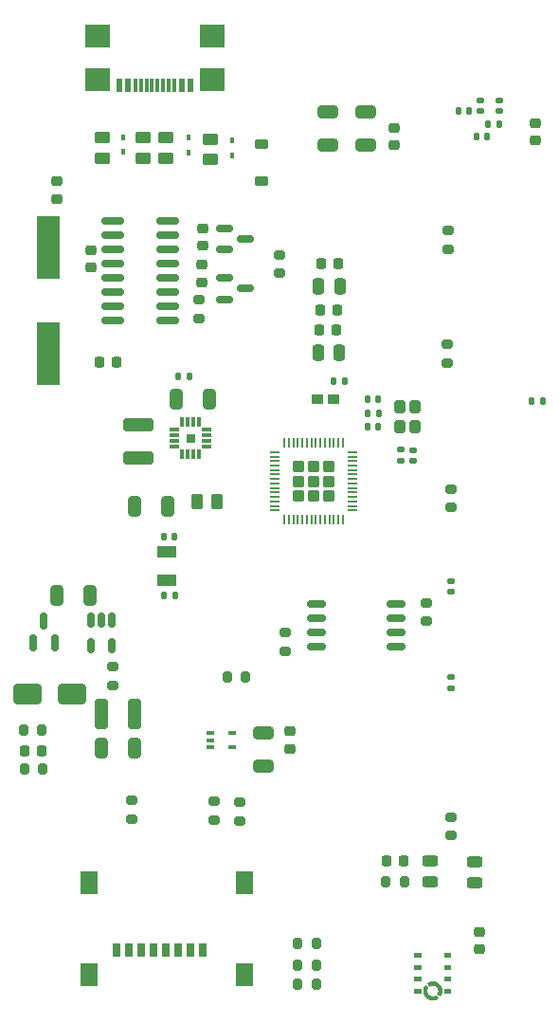
<source format=gbr>
%TF.GenerationSoftware,KiCad,Pcbnew,9.0.5*%
%TF.CreationDate,2025-10-20T11:06:54+01:00*%
%TF.ProjectId,Sound Capture,536f756e-6420-4436-9170-747572652e6b,rev?*%
%TF.SameCoordinates,Original*%
%TF.FileFunction,Paste,Top*%
%TF.FilePolarity,Positive*%
%FSLAX46Y46*%
G04 Gerber Fmt 4.6, Leading zero omitted, Abs format (unit mm)*
G04 Created by KiCad (PCBNEW 9.0.5) date 2025-10-20 11:06:54*
%MOMM*%
%LPD*%
G01*
G04 APERTURE LIST*
G04 Aperture macros list*
%AMRoundRect*
0 Rectangle with rounded corners*
0 $1 Rounding radius*
0 $2 $3 $4 $5 $6 $7 $8 $9 X,Y pos of 4 corners*
0 Add a 4 corners polygon primitive as box body*
4,1,4,$2,$3,$4,$5,$6,$7,$8,$9,$2,$3,0*
0 Add four circle primitives for the rounded corners*
1,1,$1+$1,$2,$3*
1,1,$1+$1,$4,$5*
1,1,$1+$1,$6,$7*
1,1,$1+$1,$8,$9*
0 Add four rect primitives between the rounded corners*
20,1,$1+$1,$2,$3,$4,$5,0*
20,1,$1+$1,$4,$5,$6,$7,0*
20,1,$1+$1,$6,$7,$8,$9,0*
20,1,$1+$1,$8,$9,$2,$3,0*%
G04 Aperture macros list end*
%ADD10C,0.010000*%
%ADD11RoundRect,0.033750X0.101250X0.386250X-0.101250X0.386250X-0.101250X-0.386250X0.101250X-0.386250X0*%
%ADD12RoundRect,0.033750X0.386250X0.101250X-0.386250X0.101250X-0.386250X-0.101250X0.386250X-0.101250X0*%
%ADD13RoundRect,0.200000X-0.275000X0.200000X-0.275000X-0.200000X0.275000X-0.200000X0.275000X0.200000X0*%
%ADD14RoundRect,0.250000X0.325000X0.650000X-0.325000X0.650000X-0.325000X-0.650000X0.325000X-0.650000X0*%
%ADD15RoundRect,0.250000X-0.262500X-0.450000X0.262500X-0.450000X0.262500X0.450000X-0.262500X0.450000X0*%
%ADD16RoundRect,0.250000X-1.100000X0.325000X-1.100000X-0.325000X1.100000X-0.325000X1.100000X0.325000X0*%
%ADD17RoundRect,0.140000X0.140000X0.170000X-0.140000X0.170000X-0.140000X-0.170000X0.140000X-0.170000X0*%
%ADD18RoundRect,0.140000X-0.140000X-0.170000X0.140000X-0.170000X0.140000X0.170000X-0.140000X0.170000X0*%
%ADD19R,2.100000X5.600000*%
%ADD20RoundRect,0.250000X-0.250000X0.325000X-0.250000X-0.325000X0.250000X-0.325000X0.250000X0.325000X0*%
%ADD21R,1.800000X1.000000*%
%ADD22R,0.600000X1.150000*%
%ADD23R,0.300000X1.150000*%
%ADD24R,2.180000X2.000000*%
%ADD25RoundRect,0.100000X-0.225000X-0.100000X0.225000X-0.100000X0.225000X0.100000X-0.225000X0.100000X0*%
%ADD26RoundRect,0.250000X-0.285000X0.285000X-0.285000X-0.285000X0.285000X-0.285000X0.285000X0.285000X0*%
%ADD27RoundRect,0.050000X-0.050000X0.350000X-0.050000X-0.350000X0.050000X-0.350000X0.050000X0.350000X0*%
%ADD28RoundRect,0.050000X-0.350000X0.050000X-0.350000X-0.050000X0.350000X-0.050000X0.350000X0.050000X0*%
%ADD29RoundRect,0.150000X-0.825000X-0.150000X0.825000X-0.150000X0.825000X0.150000X-0.825000X0.150000X0*%
%ADD30RoundRect,0.150000X-0.150000X0.512500X-0.150000X-0.512500X0.150000X-0.512500X0.150000X0.512500X0*%
%ADD31RoundRect,0.200000X0.275000X-0.200000X0.275000X0.200000X-0.275000X0.200000X-0.275000X-0.200000X0*%
%ADD32RoundRect,0.200000X0.200000X0.275000X-0.200000X0.275000X-0.200000X-0.275000X0.200000X-0.275000X0*%
%ADD33RoundRect,0.200000X-0.200000X-0.275000X0.200000X-0.275000X0.200000X0.275000X-0.200000X0.275000X0*%
%ADD34RoundRect,0.250000X-0.450000X0.262500X-0.450000X-0.262500X0.450000X-0.262500X0.450000X0.262500X0*%
%ADD35RoundRect,0.150000X-0.587500X-0.150000X0.587500X-0.150000X0.587500X0.150000X-0.587500X0.150000X0*%
%ADD36RoundRect,0.150000X0.150000X-0.587500X0.150000X0.587500X-0.150000X0.587500X-0.150000X-0.587500X0*%
%ADD37RoundRect,0.147500X0.172500X-0.147500X0.172500X0.147500X-0.172500X0.147500X-0.172500X-0.147500X0*%
%ADD38RoundRect,0.147500X-0.147500X-0.172500X0.147500X-0.172500X0.147500X0.172500X-0.147500X0.172500X0*%
%ADD39R,0.800000X1.200000*%
%ADD40R,1.500000X2.000000*%
%ADD41R,1.000000X0.970000*%
%ADD42RoundRect,0.243750X0.456250X-0.243750X0.456250X0.243750X-0.456250X0.243750X-0.456250X-0.243750X0*%
%ADD43RoundRect,0.250000X1.000000X0.650000X-1.000000X0.650000X-1.000000X-0.650000X1.000000X-0.650000X0*%
%ADD44R,0.400000X0.480000*%
%ADD45RoundRect,0.225000X0.375000X-0.225000X0.375000X0.225000X-0.375000X0.225000X-0.375000X-0.225000X0*%
%ADD46RoundRect,0.250000X0.325000X1.100000X-0.325000X1.100000X-0.325000X-1.100000X0.325000X-1.100000X0*%
%ADD47RoundRect,0.225000X0.250000X-0.225000X0.250000X0.225000X-0.250000X0.225000X-0.250000X-0.225000X0*%
%ADD48RoundRect,0.140000X0.170000X-0.140000X0.170000X0.140000X-0.170000X0.140000X-0.170000X-0.140000X0*%
%ADD49RoundRect,0.140000X-0.170000X0.140000X-0.170000X-0.140000X0.170000X-0.140000X0.170000X0.140000X0*%
%ADD50RoundRect,0.250000X0.650000X-0.325000X0.650000X0.325000X-0.650000X0.325000X-0.650000X-0.325000X0*%
%ADD51RoundRect,0.250000X-0.250000X-0.475000X0.250000X-0.475000X0.250000X0.475000X-0.250000X0.475000X0*%
%ADD52RoundRect,0.225000X-0.225000X-0.250000X0.225000X-0.250000X0.225000X0.250000X-0.225000X0.250000X0*%
%ADD53RoundRect,0.225000X-0.250000X0.225000X-0.250000X-0.225000X0.250000X-0.225000X0.250000X0.225000X0*%
%ADD54RoundRect,0.225000X0.225000X0.250000X-0.225000X0.250000X-0.225000X-0.250000X0.225000X-0.250000X0*%
%ADD55RoundRect,0.250000X-0.325000X-0.650000X0.325000X-0.650000X0.325000X0.650000X-0.325000X0.650000X0*%
%ADD56RoundRect,0.162500X-0.650000X-0.162500X0.650000X-0.162500X0.650000X0.162500X-0.650000X0.162500X0*%
G04 APERTURE END LIST*
D10*
%TO.C,U6*%
X69450800Y-80854600D02*
X68750800Y-80854600D01*
X68750800Y-80154600D01*
X69450800Y-80154600D01*
X69450800Y-80854600D01*
G36*
X69450800Y-80854600D02*
G01*
X68750800Y-80854600D01*
X68750800Y-80154600D01*
X69450800Y-80154600D01*
X69450800Y-80854600D01*
G37*
%TO.C,MK1*%
X89648400Y-126854400D02*
X89098400Y-126854400D01*
X89098400Y-126504400D01*
X89648400Y-126504400D01*
X89648400Y-126854400D01*
G36*
X89648400Y-126854400D02*
G01*
X89098400Y-126854400D01*
X89098400Y-126504400D01*
X89648400Y-126504400D01*
X89648400Y-126854400D01*
G37*
X89648400Y-127904400D02*
X89098400Y-127904400D01*
X89098400Y-127554400D01*
X89648400Y-127554400D01*
X89648400Y-127904400D01*
G36*
X89648400Y-127904400D02*
G01*
X89098400Y-127904400D01*
X89098400Y-127554400D01*
X89648400Y-127554400D01*
X89648400Y-127904400D01*
G37*
X89648400Y-128954400D02*
X89098400Y-128954400D01*
X89098400Y-128604400D01*
X89648400Y-128604400D01*
X89648400Y-128954400D01*
G36*
X89648400Y-128954400D02*
G01*
X89098400Y-128954400D01*
X89098400Y-128604400D01*
X89648400Y-128604400D01*
X89648400Y-128954400D01*
G37*
X89648400Y-130004400D02*
X89098400Y-130004400D01*
X89098400Y-129654400D01*
X89648400Y-129654400D01*
X89648400Y-130004400D01*
G36*
X89648400Y-130004400D02*
G01*
X89098400Y-130004400D01*
X89098400Y-129654400D01*
X89648400Y-129654400D01*
X89648400Y-130004400D01*
G37*
X92308400Y-126854400D02*
X91758400Y-126854400D01*
X91758400Y-126504400D01*
X92308400Y-126504400D01*
X92308400Y-126854400D01*
G36*
X92308400Y-126854400D02*
G01*
X91758400Y-126854400D01*
X91758400Y-126504400D01*
X92308400Y-126504400D01*
X92308400Y-126854400D01*
G37*
X92308400Y-127904400D02*
X91758400Y-127904400D01*
X91758400Y-127554400D01*
X92308400Y-127554400D01*
X92308400Y-127904400D01*
G36*
X92308400Y-127904400D02*
G01*
X91758400Y-127904400D01*
X91758400Y-127554400D01*
X92308400Y-127554400D01*
X92308400Y-127904400D01*
G37*
X92308400Y-128954400D02*
X91758400Y-128954400D01*
X91758400Y-128604400D01*
X92308400Y-128604400D01*
X92308400Y-128954400D01*
G36*
X92308400Y-128954400D02*
G01*
X91758400Y-128954400D01*
X91758400Y-128604400D01*
X92308400Y-128604400D01*
X92308400Y-128954400D01*
G37*
X92308400Y-130004400D02*
X91758400Y-130004400D01*
X91758400Y-129654400D01*
X92308400Y-129654400D01*
X92308400Y-130004400D01*
G36*
X92308400Y-130004400D02*
G01*
X91758400Y-130004400D01*
X91758400Y-129654400D01*
X92308400Y-129654400D01*
X92308400Y-130004400D01*
G37*
X90751400Y-129034400D02*
X90790400Y-129037400D01*
X90828400Y-129043400D01*
X90866400Y-129050400D01*
X90904400Y-129059400D01*
X90941400Y-129070400D01*
X90978400Y-129082400D01*
X91014400Y-129097400D01*
X91049400Y-129113400D01*
X91084400Y-129131400D01*
X91117400Y-129151400D01*
X91149400Y-129172400D01*
X91181400Y-129195400D01*
X91211400Y-129219400D01*
X91240400Y-129245400D01*
X91269400Y-129273400D01*
X91297400Y-129302400D01*
X91323400Y-129331400D01*
X91347400Y-129361400D01*
X91370400Y-129393400D01*
X91391400Y-129425400D01*
X91411400Y-129458400D01*
X91429400Y-129493400D01*
X91445400Y-129528400D01*
X91460400Y-129564400D01*
X91472400Y-129601400D01*
X91483400Y-129638400D01*
X91492400Y-129676400D01*
X91499400Y-129714400D01*
X91505400Y-129752400D01*
X91508400Y-129791400D01*
X91509400Y-129829400D01*
X91509400Y-129868400D01*
X91506400Y-129907400D01*
X91502400Y-129945400D01*
X91496400Y-129984400D01*
X91488400Y-130022400D01*
X91478400Y-130059400D01*
X91466400Y-130096400D01*
X91452400Y-130132400D01*
X91437400Y-130168400D01*
X91420400Y-130203400D01*
X91401400Y-130236400D01*
X91380400Y-130269400D01*
X91358400Y-130301400D01*
X91336400Y-130330400D01*
X91138400Y-130132400D01*
X91149400Y-130116400D01*
X91161400Y-130095400D01*
X91173400Y-130074400D01*
X91183400Y-130052400D01*
X91193400Y-130030400D01*
X91201400Y-130007400D01*
X91208400Y-129984400D01*
X91215400Y-129961400D01*
X91220400Y-129937400D01*
X91224400Y-129913400D01*
X91227400Y-129889400D01*
X91229400Y-129865400D01*
X91229400Y-129841400D01*
X91229400Y-129817400D01*
X91227400Y-129793400D01*
X91225400Y-129769400D01*
X91221400Y-129745400D01*
X91216400Y-129721400D01*
X91210400Y-129698400D01*
X91203400Y-129675400D01*
X91195400Y-129652400D01*
X91186400Y-129630400D01*
X91175400Y-129608400D01*
X91164400Y-129586400D01*
X91152400Y-129565400D01*
X91139400Y-129545400D01*
X91125400Y-129525400D01*
X91110400Y-129506400D01*
X91094400Y-129488400D01*
X91074400Y-129468400D01*
X91054400Y-129448400D01*
X91036400Y-129432400D01*
X91017400Y-129417400D01*
X90997400Y-129403400D01*
X90977400Y-129390400D01*
X90956400Y-129378400D01*
X90934400Y-129367400D01*
X90912400Y-129356400D01*
X90890400Y-129347400D01*
X90867400Y-129339400D01*
X90844400Y-129332400D01*
X90821400Y-129326400D01*
X90797400Y-129321400D01*
X90773400Y-129317400D01*
X90749400Y-129315400D01*
X90725400Y-129313400D01*
X90701400Y-129313400D01*
X90677400Y-129313400D01*
X90653400Y-129315400D01*
X90629400Y-129318400D01*
X90605400Y-129322400D01*
X90581400Y-129327400D01*
X90558400Y-129334400D01*
X90535400Y-129341400D01*
X90512400Y-129349400D01*
X90490400Y-129359400D01*
X90468400Y-129369400D01*
X90447400Y-129381400D01*
X90426400Y-129393400D01*
X90410400Y-129404400D01*
X90211962Y-129206541D01*
X90212400Y-129206400D01*
X90241400Y-129184400D01*
X90273400Y-129162400D01*
X90306400Y-129141400D01*
X90339400Y-129122400D01*
X90374400Y-129105400D01*
X90410400Y-129090400D01*
X90446400Y-129076400D01*
X90483400Y-129064400D01*
X90520400Y-129054400D01*
X90558400Y-129046400D01*
X90597400Y-129040400D01*
X90635400Y-129036400D01*
X90674400Y-129033400D01*
X90713400Y-129033400D01*
X90751400Y-129034400D01*
G36*
X90751400Y-129034400D02*
G01*
X90790400Y-129037400D01*
X90828400Y-129043400D01*
X90866400Y-129050400D01*
X90904400Y-129059400D01*
X90941400Y-129070400D01*
X90978400Y-129082400D01*
X91014400Y-129097400D01*
X91049400Y-129113400D01*
X91084400Y-129131400D01*
X91117400Y-129151400D01*
X91149400Y-129172400D01*
X91181400Y-129195400D01*
X91211400Y-129219400D01*
X91240400Y-129245400D01*
X91269400Y-129273400D01*
X91297400Y-129302400D01*
X91323400Y-129331400D01*
X91347400Y-129361400D01*
X91370400Y-129393400D01*
X91391400Y-129425400D01*
X91411400Y-129458400D01*
X91429400Y-129493400D01*
X91445400Y-129528400D01*
X91460400Y-129564400D01*
X91472400Y-129601400D01*
X91483400Y-129638400D01*
X91492400Y-129676400D01*
X91499400Y-129714400D01*
X91505400Y-129752400D01*
X91508400Y-129791400D01*
X91509400Y-129829400D01*
X91509400Y-129868400D01*
X91506400Y-129907400D01*
X91502400Y-129945400D01*
X91496400Y-129984400D01*
X91488400Y-130022400D01*
X91478400Y-130059400D01*
X91466400Y-130096400D01*
X91452400Y-130132400D01*
X91437400Y-130168400D01*
X91420400Y-130203400D01*
X91401400Y-130236400D01*
X91380400Y-130269400D01*
X91358400Y-130301400D01*
X91336400Y-130330400D01*
X91138400Y-130132400D01*
X91149400Y-130116400D01*
X91161400Y-130095400D01*
X91173400Y-130074400D01*
X91183400Y-130052400D01*
X91193400Y-130030400D01*
X91201400Y-130007400D01*
X91208400Y-129984400D01*
X91215400Y-129961400D01*
X91220400Y-129937400D01*
X91224400Y-129913400D01*
X91227400Y-129889400D01*
X91229400Y-129865400D01*
X91229400Y-129841400D01*
X91229400Y-129817400D01*
X91227400Y-129793400D01*
X91225400Y-129769400D01*
X91221400Y-129745400D01*
X91216400Y-129721400D01*
X91210400Y-129698400D01*
X91203400Y-129675400D01*
X91195400Y-129652400D01*
X91186400Y-129630400D01*
X91175400Y-129608400D01*
X91164400Y-129586400D01*
X91152400Y-129565400D01*
X91139400Y-129545400D01*
X91125400Y-129525400D01*
X91110400Y-129506400D01*
X91094400Y-129488400D01*
X91074400Y-129468400D01*
X91054400Y-129448400D01*
X91036400Y-129432400D01*
X91017400Y-129417400D01*
X90997400Y-129403400D01*
X90977400Y-129390400D01*
X90956400Y-129378400D01*
X90934400Y-129367400D01*
X90912400Y-129356400D01*
X90890400Y-129347400D01*
X90867400Y-129339400D01*
X90844400Y-129332400D01*
X90821400Y-129326400D01*
X90797400Y-129321400D01*
X90773400Y-129317400D01*
X90749400Y-129315400D01*
X90725400Y-129313400D01*
X90701400Y-129313400D01*
X90677400Y-129313400D01*
X90653400Y-129315400D01*
X90629400Y-129318400D01*
X90605400Y-129322400D01*
X90581400Y-129327400D01*
X90558400Y-129334400D01*
X90535400Y-129341400D01*
X90512400Y-129349400D01*
X90490400Y-129359400D01*
X90468400Y-129369400D01*
X90447400Y-129381400D01*
X90426400Y-129393400D01*
X90410400Y-129404400D01*
X90211962Y-129206541D01*
X90212400Y-129206400D01*
X90241400Y-129184400D01*
X90273400Y-129162400D01*
X90306400Y-129141400D01*
X90339400Y-129122400D01*
X90374400Y-129105400D01*
X90410400Y-129090400D01*
X90446400Y-129076400D01*
X90483400Y-129064400D01*
X90520400Y-129054400D01*
X90558400Y-129046400D01*
X90597400Y-129040400D01*
X90635400Y-129036400D01*
X90674400Y-129033400D01*
X90713400Y-129033400D01*
X90751400Y-129034400D01*
G37*
X90268400Y-129546400D02*
X90257400Y-129562400D01*
X90245400Y-129583400D01*
X90233400Y-129604400D01*
X90223400Y-129626400D01*
X90213400Y-129648400D01*
X90205400Y-129671400D01*
X90198400Y-129694400D01*
X90191400Y-129717400D01*
X90186400Y-129741400D01*
X90182400Y-129765400D01*
X90179400Y-129789400D01*
X90177400Y-129813400D01*
X90177400Y-129837400D01*
X90177400Y-129861400D01*
X90179400Y-129885400D01*
X90181400Y-129909400D01*
X90185400Y-129933400D01*
X90190400Y-129957400D01*
X90196400Y-129980400D01*
X90203400Y-130003400D01*
X90211400Y-130026400D01*
X90220400Y-130048400D01*
X90231400Y-130070400D01*
X90242400Y-130092400D01*
X90254400Y-130113400D01*
X90267400Y-130133400D01*
X90281400Y-130153400D01*
X90296400Y-130172400D01*
X90312400Y-130190400D01*
X90332400Y-130210400D01*
X90352400Y-130230400D01*
X90370400Y-130246400D01*
X90389400Y-130261400D01*
X90409400Y-130275400D01*
X90429400Y-130288400D01*
X90450400Y-130300400D01*
X90472400Y-130311400D01*
X90494400Y-130322400D01*
X90516400Y-130331400D01*
X90539400Y-130339400D01*
X90562400Y-130346400D01*
X90585400Y-130352400D01*
X90609400Y-130357400D01*
X90633400Y-130361400D01*
X90657400Y-130363400D01*
X90681400Y-130365400D01*
X90705400Y-130365400D01*
X90729400Y-130365400D01*
X90753400Y-130363400D01*
X90777400Y-130360400D01*
X90801400Y-130356400D01*
X90825400Y-130351400D01*
X90848400Y-130344400D01*
X90871400Y-130337400D01*
X90894400Y-130329400D01*
X90916400Y-130319400D01*
X90938400Y-130309400D01*
X90959400Y-130297400D01*
X90980400Y-130285400D01*
X90996400Y-130274400D01*
X91194838Y-130472260D01*
X91194400Y-130472400D01*
X91165400Y-130494400D01*
X91133400Y-130516400D01*
X91100400Y-130537400D01*
X91067400Y-130556400D01*
X91032400Y-130573400D01*
X90996400Y-130588400D01*
X90960400Y-130602400D01*
X90923400Y-130614400D01*
X90886400Y-130624400D01*
X90848400Y-130632400D01*
X90809400Y-130638400D01*
X90771400Y-130642400D01*
X90732400Y-130645400D01*
X90693400Y-130645400D01*
X90655400Y-130644400D01*
X90616400Y-130641400D01*
X90578400Y-130635400D01*
X90540400Y-130628400D01*
X90502400Y-130619400D01*
X90465400Y-130608400D01*
X90428400Y-130596400D01*
X90392400Y-130581400D01*
X90357400Y-130565400D01*
X90322400Y-130547400D01*
X90289400Y-130527400D01*
X90257400Y-130506400D01*
X90225400Y-130483400D01*
X90195400Y-130459400D01*
X90166400Y-130433400D01*
X90137400Y-130405400D01*
X90109400Y-130376400D01*
X90083400Y-130347400D01*
X90059400Y-130317400D01*
X90036400Y-130285400D01*
X90015400Y-130253400D01*
X89995400Y-130220400D01*
X89977400Y-130185400D01*
X89961400Y-130150400D01*
X89946400Y-130114400D01*
X89934400Y-130077400D01*
X89923400Y-130040400D01*
X89914400Y-130002400D01*
X89907400Y-129964400D01*
X89901400Y-129926400D01*
X89898400Y-129887400D01*
X89897400Y-129849400D01*
X89897400Y-129810400D01*
X89900400Y-129771400D01*
X89904400Y-129733400D01*
X89910400Y-129694400D01*
X89918400Y-129656400D01*
X89928400Y-129619400D01*
X89940400Y-129582400D01*
X89954400Y-129546400D01*
X89969400Y-129510400D01*
X89986400Y-129475400D01*
X90005400Y-129442400D01*
X90026400Y-129409400D01*
X90048400Y-129377400D01*
X90070400Y-129348400D01*
X90268400Y-129546400D01*
G36*
X90268400Y-129546400D02*
G01*
X90257400Y-129562400D01*
X90245400Y-129583400D01*
X90233400Y-129604400D01*
X90223400Y-129626400D01*
X90213400Y-129648400D01*
X90205400Y-129671400D01*
X90198400Y-129694400D01*
X90191400Y-129717400D01*
X90186400Y-129741400D01*
X90182400Y-129765400D01*
X90179400Y-129789400D01*
X90177400Y-129813400D01*
X90177400Y-129837400D01*
X90177400Y-129861400D01*
X90179400Y-129885400D01*
X90181400Y-129909400D01*
X90185400Y-129933400D01*
X90190400Y-129957400D01*
X90196400Y-129980400D01*
X90203400Y-130003400D01*
X90211400Y-130026400D01*
X90220400Y-130048400D01*
X90231400Y-130070400D01*
X90242400Y-130092400D01*
X90254400Y-130113400D01*
X90267400Y-130133400D01*
X90281400Y-130153400D01*
X90296400Y-130172400D01*
X90312400Y-130190400D01*
X90332400Y-130210400D01*
X90352400Y-130230400D01*
X90370400Y-130246400D01*
X90389400Y-130261400D01*
X90409400Y-130275400D01*
X90429400Y-130288400D01*
X90450400Y-130300400D01*
X90472400Y-130311400D01*
X90494400Y-130322400D01*
X90516400Y-130331400D01*
X90539400Y-130339400D01*
X90562400Y-130346400D01*
X90585400Y-130352400D01*
X90609400Y-130357400D01*
X90633400Y-130361400D01*
X90657400Y-130363400D01*
X90681400Y-130365400D01*
X90705400Y-130365400D01*
X90729400Y-130365400D01*
X90753400Y-130363400D01*
X90777400Y-130360400D01*
X90801400Y-130356400D01*
X90825400Y-130351400D01*
X90848400Y-130344400D01*
X90871400Y-130337400D01*
X90894400Y-130329400D01*
X90916400Y-130319400D01*
X90938400Y-130309400D01*
X90959400Y-130297400D01*
X90980400Y-130285400D01*
X90996400Y-130274400D01*
X91194838Y-130472260D01*
X91194400Y-130472400D01*
X91165400Y-130494400D01*
X91133400Y-130516400D01*
X91100400Y-130537400D01*
X91067400Y-130556400D01*
X91032400Y-130573400D01*
X90996400Y-130588400D01*
X90960400Y-130602400D01*
X90923400Y-130614400D01*
X90886400Y-130624400D01*
X90848400Y-130632400D01*
X90809400Y-130638400D01*
X90771400Y-130642400D01*
X90732400Y-130645400D01*
X90693400Y-130645400D01*
X90655400Y-130644400D01*
X90616400Y-130641400D01*
X90578400Y-130635400D01*
X90540400Y-130628400D01*
X90502400Y-130619400D01*
X90465400Y-130608400D01*
X90428400Y-130596400D01*
X90392400Y-130581400D01*
X90357400Y-130565400D01*
X90322400Y-130547400D01*
X90289400Y-130527400D01*
X90257400Y-130506400D01*
X90225400Y-130483400D01*
X90195400Y-130459400D01*
X90166400Y-130433400D01*
X90137400Y-130405400D01*
X90109400Y-130376400D01*
X90083400Y-130347400D01*
X90059400Y-130317400D01*
X90036400Y-130285400D01*
X90015400Y-130253400D01*
X89995400Y-130220400D01*
X89977400Y-130185400D01*
X89961400Y-130150400D01*
X89946400Y-130114400D01*
X89934400Y-130077400D01*
X89923400Y-130040400D01*
X89914400Y-130002400D01*
X89907400Y-129964400D01*
X89901400Y-129926400D01*
X89898400Y-129887400D01*
X89897400Y-129849400D01*
X89897400Y-129810400D01*
X89900400Y-129771400D01*
X89904400Y-129733400D01*
X89910400Y-129694400D01*
X89918400Y-129656400D01*
X89928400Y-129619400D01*
X89940400Y-129582400D01*
X89954400Y-129546400D01*
X89969400Y-129510400D01*
X89986400Y-129475400D01*
X90005400Y-129442400D01*
X90026400Y-129409400D01*
X90048400Y-129377400D01*
X90070400Y-129348400D01*
X90268400Y-129546400D01*
G37*
%TD*%
D11*
%TO.C,U6*%
X69850800Y-81939600D03*
X69350800Y-81939600D03*
X68850800Y-81939600D03*
X68350800Y-81939600D03*
D12*
X67665800Y-81254600D03*
X67665800Y-80754600D03*
X67665800Y-80254600D03*
X67665800Y-79754600D03*
D11*
X68350800Y-79069600D03*
X68850800Y-79069600D03*
X69350800Y-79069600D03*
X69850800Y-79069600D03*
D12*
X70535800Y-79754600D03*
X70535800Y-80254600D03*
X70535800Y-80754600D03*
X70535800Y-81254600D03*
%TD*%
D13*
%TO.C,R17*%
X92070800Y-73786000D03*
X92070800Y-72136000D03*
%TD*%
D14*
%TO.C,C4*%
X64133200Y-86639400D03*
X67083200Y-86639400D03*
%TD*%
D13*
%TO.C,R24*%
X92329000Y-85040200D03*
X92329000Y-86690200D03*
%TD*%
D15*
%TO.C,R23*%
X69650600Y-86207600D03*
X71475600Y-86207600D03*
%TD*%
D16*
%TO.C,C40*%
X64439800Y-79346000D03*
X64439800Y-82296000D03*
%TD*%
D17*
%TO.C,C39*%
X68986400Y-75031600D03*
X68026400Y-75031600D03*
%TD*%
D14*
%TO.C,C38*%
X70789800Y-77012800D03*
X67839800Y-77012800D03*
%TD*%
D18*
%TO.C,C37*%
X99594400Y-77241400D03*
X100554400Y-77241400D03*
%TD*%
D19*
%TO.C,Y3*%
X56373000Y-63491200D03*
X56373000Y-72991200D03*
%TD*%
D20*
%TO.C,Y2*%
X87782400Y-77701200D03*
X87782400Y-79451200D03*
X89182400Y-79451200D03*
X89182400Y-77701200D03*
%TD*%
D21*
%TO.C,Y1*%
X66979800Y-90698000D03*
X66979800Y-93198000D03*
%TD*%
D22*
%TO.C,USB1*%
X69102600Y-48984800D03*
X62702600Y-48984800D03*
X68302600Y-48984800D03*
X63502600Y-48984800D03*
D23*
X67152600Y-48984800D03*
X66152600Y-48984800D03*
X65652600Y-48984800D03*
X64652600Y-48984800D03*
X64152600Y-48984800D03*
X65152600Y-48984800D03*
X66652600Y-48984800D03*
X67652600Y-48984800D03*
D24*
X71012600Y-48484800D03*
X71012600Y-44564800D03*
X60792600Y-48484800D03*
X60792600Y-44564800D03*
%TD*%
D25*
%TO.C,U5*%
X70871000Y-106842200D03*
X70871000Y-107492200D03*
X70871000Y-108142200D03*
X72771000Y-108142200D03*
X72771000Y-106842200D03*
%TD*%
D26*
%TO.C,U4*%
X81420600Y-83033200D03*
X80090600Y-83033200D03*
X78760600Y-83033200D03*
X81420600Y-84363200D03*
X80090600Y-84363200D03*
X78760600Y-84363200D03*
X81420600Y-85693200D03*
X80090600Y-85693200D03*
X78760600Y-85693200D03*
D27*
X82690600Y-80913200D03*
X82290600Y-80913200D03*
X81890600Y-80913200D03*
X81490600Y-80913200D03*
X81090600Y-80913200D03*
X80690600Y-80913200D03*
X80290600Y-80913200D03*
X79890600Y-80913200D03*
X79490600Y-80913200D03*
X79090600Y-80913200D03*
X78690600Y-80913200D03*
X78290600Y-80913200D03*
X77890600Y-80913200D03*
X77490600Y-80913200D03*
D28*
X76640600Y-81763200D03*
X76640600Y-82163200D03*
X76640600Y-82563200D03*
X76640600Y-82963200D03*
X76640600Y-83363200D03*
X76640600Y-83763200D03*
X76640600Y-84163200D03*
X76640600Y-84563200D03*
X76640600Y-84963200D03*
X76640600Y-85363200D03*
X76640600Y-85763200D03*
X76640600Y-86163200D03*
X76640600Y-86563200D03*
X76640600Y-86963200D03*
D27*
X77490600Y-87813200D03*
X77890600Y-87813200D03*
X78290600Y-87813200D03*
X78690600Y-87813200D03*
X79090600Y-87813200D03*
X79490600Y-87813200D03*
X79890600Y-87813200D03*
X80290600Y-87813200D03*
X80690600Y-87813200D03*
X81090600Y-87813200D03*
X81490600Y-87813200D03*
X81890600Y-87813200D03*
X82290600Y-87813200D03*
X82690600Y-87813200D03*
D28*
X83540600Y-86963200D03*
X83540600Y-86563200D03*
X83540600Y-86163200D03*
X83540600Y-85763200D03*
X83540600Y-85363200D03*
X83540600Y-84963200D03*
X83540600Y-84563200D03*
X83540600Y-84163200D03*
X83540600Y-83763200D03*
X83540600Y-83363200D03*
X83540600Y-82963200D03*
X83540600Y-82563200D03*
X83540600Y-82163200D03*
X83540600Y-81763200D03*
%TD*%
D29*
%TO.C,U2*%
X62141800Y-61129400D03*
X62141800Y-62399400D03*
X62141800Y-63669400D03*
X62141800Y-64939400D03*
X62141800Y-66209400D03*
X62141800Y-67479400D03*
X62141800Y-68749400D03*
X62141800Y-70019400D03*
X67091800Y-70019400D03*
X67091800Y-68749400D03*
X67091800Y-67479400D03*
X67091800Y-66209400D03*
X67091800Y-64939400D03*
X67091800Y-63669400D03*
X67091800Y-62399400D03*
X67091800Y-61129400D03*
%TD*%
D30*
%TO.C,U1*%
X62098000Y-96799400D03*
X61148000Y-96799400D03*
X60198000Y-96799400D03*
X60198000Y-99074400D03*
X62098000Y-99074400D03*
%TD*%
D31*
%TO.C,R22*%
X90195400Y-96875600D03*
X90195400Y-95225600D03*
%TD*%
D13*
%TO.C,R21*%
X77571600Y-97866200D03*
X77571600Y-99516200D03*
%TD*%
D32*
%TO.C,R20*%
X80340200Y-127584200D03*
X78690200Y-127584200D03*
%TD*%
%TO.C,R19*%
X80314800Y-129286000D03*
X78664800Y-129286000D03*
%TD*%
%TO.C,R18*%
X80340200Y-125653800D03*
X78690200Y-125653800D03*
%TD*%
D13*
%TO.C,R16*%
X92088000Y-61977600D03*
X92088000Y-63627600D03*
%TD*%
D32*
%TO.C,R15*%
X74030800Y-101828600D03*
X72380800Y-101828600D03*
%TD*%
D31*
%TO.C,R14*%
X92405200Y-115988600D03*
X92405200Y-114338600D03*
%TD*%
%TO.C,R13*%
X71196200Y-114591600D03*
X71196200Y-112941600D03*
%TD*%
%TO.C,R12*%
X73482200Y-114667800D03*
X73482200Y-113017800D03*
%TD*%
%TO.C,R11*%
X63818600Y-114521000D03*
X63818600Y-112871000D03*
%TD*%
D33*
%TO.C,R10*%
X54255400Y-110083600D03*
X55905400Y-110083600D03*
%TD*%
%TO.C,R9*%
X54152200Y-106578400D03*
X55802200Y-106578400D03*
%TD*%
%TO.C,R8*%
X86538800Y-120142000D03*
X88188800Y-120142000D03*
%TD*%
D31*
%TO.C,R7*%
X62128400Y-102590600D03*
X62128400Y-100940600D03*
%TD*%
D13*
%TO.C,R6*%
X69860400Y-68166200D03*
X69860400Y-69816200D03*
%TD*%
D31*
%TO.C,R5*%
X77023200Y-65781600D03*
X77023200Y-64131600D03*
%TD*%
D34*
%TO.C,R4*%
X64856600Y-53661800D03*
X64856600Y-55486800D03*
%TD*%
%TO.C,R3*%
X66888600Y-53661800D03*
X66888600Y-55486800D03*
%TD*%
%TO.C,R2*%
X61173600Y-55490600D03*
X61173600Y-53665600D03*
%TD*%
%TO.C,R1*%
X70901800Y-55643000D03*
X70901800Y-53818000D03*
%TD*%
D35*
%TO.C,Q3*%
X72146400Y-66214400D03*
X72146400Y-68114400D03*
X74021400Y-67164400D03*
%TD*%
%TO.C,Q2*%
X72146400Y-61764400D03*
X72146400Y-63664400D03*
X74021400Y-62714400D03*
%TD*%
D36*
%TO.C,Q1*%
X55052000Y-98752900D03*
X56952000Y-98752900D03*
X56002000Y-96877900D03*
%TD*%
D37*
%TO.C,L3*%
X94981000Y-51299600D03*
X94981000Y-50329600D03*
%TD*%
D38*
%TO.C,L2*%
X95677000Y-52451000D03*
X96647000Y-52451000D03*
%TD*%
D39*
%TO.C,J1*%
X70219400Y-126218200D03*
X69119400Y-126218200D03*
X68019400Y-126218200D03*
X66919400Y-126218200D03*
X65819400Y-126218200D03*
X64719400Y-126218200D03*
X63619400Y-126218200D03*
X62519400Y-126218200D03*
D40*
X60049400Y-128418200D03*
X60049400Y-120218200D03*
X73939400Y-120218200D03*
X73939400Y-128418200D03*
%TD*%
D41*
%TO.C,FB1*%
X80394200Y-77063600D03*
X81864200Y-77063600D03*
%TD*%
D42*
%TO.C,D7*%
X94462600Y-120213600D03*
X94462600Y-118338600D03*
%TD*%
D43*
%TO.C,D6*%
X58508400Y-103403400D03*
X54508400Y-103403400D03*
%TD*%
D42*
%TO.C,D5*%
X90525600Y-120167400D03*
X90525600Y-118292400D03*
%TD*%
D44*
%TO.C,D4*%
X63053200Y-54957200D03*
X63053200Y-53637200D03*
%TD*%
%TO.C,D3*%
X68946000Y-54982600D03*
X68946000Y-53662600D03*
%TD*%
%TO.C,D2*%
X72832200Y-55262000D03*
X72832200Y-53942000D03*
%TD*%
D45*
%TO.C,D1*%
X75473800Y-57597800D03*
X75473800Y-54297800D03*
%TD*%
D46*
%TO.C,C36*%
X64099000Y-105102600D03*
X61149000Y-105102600D03*
%TD*%
D47*
%TO.C,C35*%
X70139800Y-65040400D03*
X70139800Y-66590400D03*
%TD*%
%TO.C,C34*%
X70165200Y-63313800D03*
X70165200Y-61763800D03*
%TD*%
D18*
%TO.C,C33*%
X94645600Y-53619400D03*
X95605600Y-53619400D03*
%TD*%
D48*
%TO.C,C32*%
X96708200Y-51297000D03*
X96708200Y-50337000D03*
%TD*%
D17*
%TO.C,C31*%
X93990400Y-51299600D03*
X93030400Y-51299600D03*
%TD*%
D49*
%TO.C,C30*%
X88950800Y-81587400D03*
X88950800Y-82547400D03*
%TD*%
D48*
%TO.C,C29*%
X87858600Y-81556800D03*
X87858600Y-82516800D03*
%TD*%
D17*
%TO.C,C28*%
X67691000Y-94564200D03*
X66731000Y-94564200D03*
%TD*%
%TO.C,C27*%
X67665600Y-89306400D03*
X66705600Y-89306400D03*
%TD*%
D47*
%TO.C,C26*%
X87310200Y-54373000D03*
X87310200Y-52823000D03*
%TD*%
%TO.C,C25*%
X99872800Y-53924200D03*
X99872800Y-52374200D03*
%TD*%
D50*
%TO.C,C24*%
X84719400Y-54300400D03*
X84719400Y-51350400D03*
%TD*%
%TO.C,C23*%
X81369400Y-54300400D03*
X81369400Y-51350400D03*
%TD*%
D51*
%TO.C,C22*%
X80487400Y-72898000D03*
X82387400Y-72898000D03*
%TD*%
D52*
%TO.C,C21*%
X80583400Y-70891400D03*
X82133400Y-70891400D03*
%TD*%
%TO.C,C20*%
X80695200Y-69113400D03*
X82245200Y-69113400D03*
%TD*%
D51*
%TO.C,C19*%
X80548400Y-66954400D03*
X82448400Y-66954400D03*
%TD*%
D52*
%TO.C,C18*%
X80746000Y-64947800D03*
X82296000Y-64947800D03*
%TD*%
D18*
%TO.C,C17*%
X84917400Y-79476600D03*
X85877400Y-79476600D03*
%TD*%
%TO.C,C16*%
X84942600Y-78316400D03*
X85902600Y-78316400D03*
%TD*%
%TO.C,C15*%
X84917200Y-77021000D03*
X85877200Y-77021000D03*
%TD*%
%TO.C,C14*%
X81894800Y-75438000D03*
X82854800Y-75438000D03*
%TD*%
D49*
%TO.C,C13*%
X92379800Y-93248600D03*
X92379800Y-94208600D03*
%TD*%
%TO.C,C12*%
X92379800Y-101854000D03*
X92379800Y-102814000D03*
%TD*%
D53*
%TO.C,C11*%
X94869000Y-124611800D03*
X94869000Y-126161800D03*
%TD*%
D47*
%TO.C,C10*%
X77993200Y-108254800D03*
X77993200Y-106704800D03*
%TD*%
D50*
%TO.C,C9*%
X75580200Y-109778200D03*
X75580200Y-106828200D03*
%TD*%
D14*
%TO.C,C8*%
X64084200Y-108178600D03*
X61134200Y-108178600D03*
%TD*%
D54*
%TO.C,C7*%
X55803800Y-108407200D03*
X54253800Y-108407200D03*
%TD*%
%TO.C,C6*%
X88138000Y-118262400D03*
X86588000Y-118262400D03*
%TD*%
D55*
%TO.C,C5*%
X57121000Y-94564200D03*
X60071000Y-94564200D03*
%TD*%
D54*
%TO.C,C3*%
X62494400Y-73702400D03*
X60944400Y-73702400D03*
%TD*%
D53*
%TO.C,C2*%
X57109600Y-57598200D03*
X57109600Y-59148200D03*
%TD*%
D47*
%TO.C,C1*%
X60157600Y-65295000D03*
X60157600Y-63745000D03*
%TD*%
D56*
%TO.C,U3*%
X87483700Y-95300800D03*
X87483700Y-96570800D03*
X87483700Y-97840800D03*
X87483700Y-99110800D03*
X80308700Y-99110800D03*
X80308700Y-97840800D03*
X80308700Y-96570800D03*
X80308700Y-95300800D03*
%TD*%
M02*

</source>
